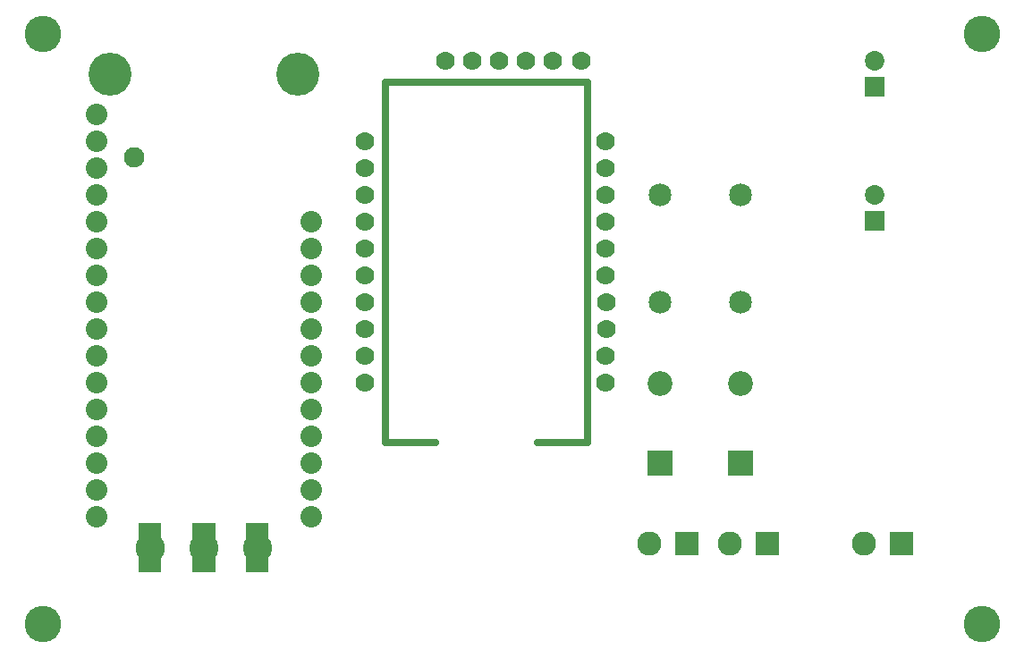
<source format=gts>
G04 MADE WITH FRITZING*
G04 WWW.FRITZING.ORG*
G04 DOUBLE SIDED*
G04 HOLES PLATED*
G04 CONTOUR ON CENTER OF CONTOUR VECTOR*
%ASAXBY*%
%FSLAX23Y23*%
%MOIN*%
%OFA0B0*%
%SFA1.0B1.0*%
%ADD10C,0.092000*%
%ADD11C,0.072992*%
%ADD12C,0.090000*%
%ADD13C,0.070000*%
%ADD14C,0.043222*%
%ADD15C,0.085000*%
%ADD16C,0.080000*%
%ADD17C,0.108425*%
%ADD18C,0.160000*%
%ADD19C,0.110000*%
%ADD20C,0.076000*%
%ADD21C,0.135984*%
%ADD22R,0.092000X0.092000*%
%ADD23R,0.072992X0.072992*%
%ADD24R,0.090000X0.090000*%
%ADD25C,0.025436*%
%ADD26R,0.001000X0.001000*%
%LNMASK1*%
G90*
G70*
G54D10*
X2723Y701D03*
X2723Y999D03*
X2423Y701D03*
X2423Y999D03*
G54D11*
X3223Y2103D03*
X3223Y2201D03*
X3223Y1603D03*
X3223Y1701D03*
G54D12*
X3323Y401D03*
X3185Y401D03*
X2523Y401D03*
X2385Y401D03*
X2823Y401D03*
X2685Y401D03*
G54D13*
X1323Y1001D03*
X1323Y1101D03*
X1323Y1201D03*
X1323Y1301D03*
X1323Y1401D03*
X1323Y1501D03*
X1323Y1601D03*
X1323Y1701D03*
X1323Y1801D03*
X1323Y1901D03*
X2222Y1001D03*
X2222Y1101D03*
X2223Y1201D03*
X2223Y1301D03*
X2222Y1401D03*
X2222Y1501D03*
X2222Y1601D03*
X2222Y1701D03*
X2222Y1801D03*
X2222Y1901D03*
X1623Y2201D03*
X1823Y2201D03*
X1923Y2201D03*
X2023Y2201D03*
G54D14*
X1725Y2201D03*
G54D13*
X1725Y2201D03*
G54D14*
X2132Y2201D03*
G54D13*
X2132Y2201D03*
G54D15*
X2723Y1301D03*
X2723Y1701D03*
X2423Y1301D03*
X2423Y1701D03*
G54D16*
X1123Y1401D03*
G54D17*
X923Y386D03*
G54D18*
X373Y2151D03*
G54D17*
X725Y386D03*
G54D19*
X523Y386D03*
G54D20*
X463Y1841D03*
G54D16*
X1123Y1201D03*
X323Y2001D03*
X1123Y1601D03*
X323Y1901D03*
X323Y1801D03*
X323Y1701D03*
X323Y1601D03*
X323Y1501D03*
X323Y1401D03*
X1123Y1101D03*
X323Y1301D03*
X1123Y1301D03*
X323Y1201D03*
X1123Y1501D03*
X323Y1101D03*
G54D18*
X1073Y2151D03*
G54D16*
X323Y1001D03*
X323Y901D03*
X323Y801D03*
X323Y701D03*
X323Y601D03*
X323Y501D03*
X1123Y501D03*
X1123Y601D03*
X1123Y701D03*
X1123Y801D03*
X1123Y901D03*
X1123Y1001D03*
G54D21*
X3623Y2301D03*
X3623Y101D03*
X123Y2301D03*
X123Y101D03*
G54D22*
X2723Y700D03*
X2423Y700D03*
G54D23*
X3223Y2103D03*
X3223Y1603D03*
G54D24*
X3323Y401D03*
X2523Y401D03*
X2823Y401D03*
G54D25*
X2154Y779D02*
X2154Y2122D01*
D02*
X2154Y2122D02*
X1401Y2122D01*
D02*
X1401Y2122D02*
X1401Y779D01*
D02*
X2154Y779D02*
X1968Y779D01*
D02*
X1587Y779D02*
X1401Y779D01*
G54D26*
X480Y478D02*
X564Y478D01*
X480Y477D02*
X564Y477D01*
X682Y477D02*
X766Y477D01*
X880Y477D02*
X964Y477D01*
X480Y476D02*
X564Y476D01*
X682Y476D02*
X766Y476D01*
X880Y476D02*
X964Y476D01*
X480Y475D02*
X564Y475D01*
X682Y475D02*
X766Y475D01*
X880Y475D02*
X964Y475D01*
X480Y474D02*
X564Y474D01*
X682Y474D02*
X766Y474D01*
X880Y474D02*
X964Y474D01*
X480Y473D02*
X564Y473D01*
X682Y473D02*
X766Y473D01*
X880Y473D02*
X964Y473D01*
X480Y472D02*
X564Y472D01*
X682Y472D02*
X766Y472D01*
X880Y472D02*
X964Y472D01*
X480Y471D02*
X564Y471D01*
X682Y471D02*
X766Y471D01*
X880Y471D02*
X964Y471D01*
X480Y470D02*
X564Y470D01*
X682Y470D02*
X766Y470D01*
X880Y470D02*
X964Y470D01*
X480Y469D02*
X564Y469D01*
X682Y469D02*
X766Y469D01*
X880Y469D02*
X964Y469D01*
X480Y468D02*
X564Y468D01*
X682Y468D02*
X766Y468D01*
X880Y468D02*
X964Y468D01*
X480Y467D02*
X564Y467D01*
X682Y467D02*
X766Y467D01*
X880Y467D02*
X964Y467D01*
X480Y466D02*
X564Y466D01*
X682Y466D02*
X766Y466D01*
X880Y466D02*
X964Y466D01*
X480Y465D02*
X564Y465D01*
X682Y465D02*
X766Y465D01*
X880Y465D02*
X964Y465D01*
X480Y464D02*
X564Y464D01*
X682Y464D02*
X766Y464D01*
X880Y464D02*
X964Y464D01*
X480Y463D02*
X564Y463D01*
X682Y463D02*
X766Y463D01*
X880Y463D02*
X964Y463D01*
X480Y462D02*
X564Y462D01*
X682Y462D02*
X766Y462D01*
X880Y462D02*
X964Y462D01*
X480Y461D02*
X564Y461D01*
X682Y461D02*
X766Y461D01*
X880Y461D02*
X964Y461D01*
X480Y460D02*
X564Y460D01*
X682Y460D02*
X766Y460D01*
X880Y460D02*
X964Y460D01*
X480Y459D02*
X564Y459D01*
X682Y459D02*
X766Y459D01*
X880Y459D02*
X964Y459D01*
X480Y458D02*
X564Y458D01*
X682Y458D02*
X766Y458D01*
X880Y458D02*
X964Y458D01*
X480Y457D02*
X564Y457D01*
X682Y457D02*
X766Y457D01*
X880Y457D02*
X964Y457D01*
X480Y456D02*
X564Y456D01*
X682Y456D02*
X766Y456D01*
X880Y456D02*
X964Y456D01*
X480Y455D02*
X564Y455D01*
X682Y455D02*
X766Y455D01*
X880Y455D02*
X964Y455D01*
X480Y454D02*
X564Y454D01*
X682Y454D02*
X766Y454D01*
X880Y454D02*
X964Y454D01*
X480Y453D02*
X564Y453D01*
X682Y453D02*
X766Y453D01*
X880Y453D02*
X964Y453D01*
X480Y452D02*
X564Y452D01*
X682Y452D02*
X766Y452D01*
X880Y452D02*
X964Y452D01*
X480Y451D02*
X564Y451D01*
X682Y451D02*
X766Y451D01*
X880Y451D02*
X964Y451D01*
X480Y450D02*
X564Y450D01*
X682Y450D02*
X766Y450D01*
X880Y450D02*
X964Y450D01*
X480Y449D02*
X564Y449D01*
X682Y449D02*
X766Y449D01*
X880Y449D02*
X964Y449D01*
X480Y448D02*
X564Y448D01*
X682Y448D02*
X766Y448D01*
X880Y448D02*
X964Y448D01*
X480Y447D02*
X564Y447D01*
X682Y447D02*
X766Y447D01*
X880Y447D02*
X964Y447D01*
X480Y446D02*
X564Y446D01*
X682Y446D02*
X766Y446D01*
X880Y446D02*
X964Y446D01*
X480Y445D02*
X564Y445D01*
X682Y445D02*
X766Y445D01*
X880Y445D02*
X964Y445D01*
X480Y444D02*
X564Y444D01*
X682Y444D02*
X766Y444D01*
X880Y444D02*
X964Y444D01*
X480Y443D02*
X564Y443D01*
X682Y443D02*
X766Y443D01*
X880Y443D02*
X964Y443D01*
X480Y442D02*
X564Y442D01*
X682Y442D02*
X766Y442D01*
X880Y442D02*
X964Y442D01*
X480Y441D02*
X564Y441D01*
X682Y441D02*
X766Y441D01*
X880Y441D02*
X964Y441D01*
X480Y440D02*
X564Y440D01*
X682Y440D02*
X766Y440D01*
X880Y440D02*
X964Y440D01*
X480Y439D02*
X564Y439D01*
X682Y439D02*
X766Y439D01*
X880Y439D02*
X964Y439D01*
X480Y438D02*
X564Y438D01*
X682Y438D02*
X766Y438D01*
X880Y438D02*
X964Y438D01*
X480Y437D02*
X564Y437D01*
X682Y437D02*
X766Y437D01*
X880Y437D02*
X964Y437D01*
X480Y436D02*
X564Y436D01*
X682Y436D02*
X766Y436D01*
X880Y436D02*
X964Y436D01*
X480Y435D02*
X564Y435D01*
X682Y435D02*
X766Y435D01*
X880Y435D02*
X964Y435D01*
X480Y434D02*
X564Y434D01*
X682Y434D02*
X766Y434D01*
X880Y434D02*
X964Y434D01*
X480Y433D02*
X564Y433D01*
X682Y433D02*
X766Y433D01*
X880Y433D02*
X964Y433D01*
X480Y432D02*
X564Y432D01*
X682Y432D02*
X766Y432D01*
X880Y432D02*
X964Y432D01*
X480Y431D02*
X564Y431D01*
X682Y431D02*
X766Y431D01*
X880Y431D02*
X964Y431D01*
X480Y430D02*
X564Y430D01*
X682Y430D02*
X766Y430D01*
X880Y430D02*
X964Y430D01*
X480Y429D02*
X564Y429D01*
X682Y429D02*
X766Y429D01*
X880Y429D02*
X964Y429D01*
X480Y428D02*
X564Y428D01*
X682Y428D02*
X766Y428D01*
X880Y428D02*
X964Y428D01*
X480Y427D02*
X564Y427D01*
X682Y427D02*
X766Y427D01*
X880Y427D02*
X964Y427D01*
X480Y426D02*
X564Y426D01*
X682Y426D02*
X766Y426D01*
X880Y426D02*
X964Y426D01*
X480Y425D02*
X564Y425D01*
X682Y425D02*
X766Y425D01*
X880Y425D02*
X964Y425D01*
X480Y424D02*
X564Y424D01*
X682Y424D02*
X766Y424D01*
X880Y424D02*
X964Y424D01*
X480Y423D02*
X564Y423D01*
X682Y423D02*
X766Y423D01*
X880Y423D02*
X964Y423D01*
X480Y422D02*
X564Y422D01*
X682Y422D02*
X766Y422D01*
X880Y422D02*
X964Y422D01*
X480Y421D02*
X564Y421D01*
X682Y421D02*
X766Y421D01*
X880Y421D02*
X964Y421D01*
X480Y420D02*
X564Y420D01*
X682Y420D02*
X766Y420D01*
X880Y420D02*
X964Y420D01*
X480Y419D02*
X517Y419D01*
X527Y419D02*
X564Y419D01*
X682Y419D02*
X766Y419D01*
X880Y419D02*
X964Y419D01*
X480Y418D02*
X512Y418D01*
X532Y418D02*
X564Y418D01*
X682Y418D02*
X716Y418D01*
X732Y418D02*
X766Y418D01*
X880Y418D02*
X914Y418D01*
X930Y418D02*
X964Y418D01*
X480Y417D02*
X509Y417D01*
X535Y417D02*
X564Y417D01*
X682Y417D02*
X712Y417D01*
X736Y417D02*
X766Y417D01*
X880Y417D02*
X910Y417D01*
X934Y417D02*
X964Y417D01*
X480Y416D02*
X507Y416D01*
X537Y416D02*
X564Y416D01*
X682Y416D02*
X710Y416D01*
X738Y416D02*
X766Y416D01*
X880Y416D02*
X908Y416D01*
X936Y416D02*
X964Y416D01*
X480Y415D02*
X505Y415D01*
X539Y415D02*
X564Y415D01*
X682Y415D02*
X708Y415D01*
X740Y415D02*
X766Y415D01*
X880Y415D02*
X906Y415D01*
X938Y415D02*
X964Y415D01*
X480Y414D02*
X504Y414D01*
X541Y414D02*
X564Y414D01*
X682Y414D02*
X706Y414D01*
X742Y414D02*
X766Y414D01*
X880Y414D02*
X904Y414D01*
X940Y414D02*
X964Y414D01*
X480Y413D02*
X502Y413D01*
X542Y413D02*
X564Y413D01*
X682Y413D02*
X705Y413D01*
X743Y413D02*
X766Y413D01*
X880Y413D02*
X903Y413D01*
X941Y413D02*
X964Y413D01*
X480Y412D02*
X501Y412D01*
X543Y412D02*
X564Y412D01*
X682Y412D02*
X703Y412D01*
X745Y412D02*
X766Y412D01*
X880Y412D02*
X901Y412D01*
X943Y412D02*
X964Y412D01*
X480Y411D02*
X500Y411D01*
X544Y411D02*
X564Y411D01*
X682Y411D02*
X702Y411D01*
X746Y411D02*
X766Y411D01*
X880Y411D02*
X900Y411D01*
X944Y411D02*
X964Y411D01*
X480Y410D02*
X499Y410D01*
X545Y410D02*
X564Y410D01*
X682Y410D02*
X701Y410D01*
X747Y410D02*
X766Y410D01*
X880Y410D02*
X899Y410D01*
X945Y410D02*
X964Y410D01*
X480Y409D02*
X498Y409D01*
X546Y409D02*
X564Y409D01*
X682Y409D02*
X700Y409D01*
X748Y409D02*
X766Y409D01*
X880Y409D02*
X898Y409D01*
X946Y409D02*
X964Y409D01*
X480Y408D02*
X497Y408D01*
X547Y408D02*
X564Y408D01*
X682Y408D02*
X699Y408D01*
X749Y408D02*
X766Y408D01*
X880Y408D02*
X897Y408D01*
X947Y408D02*
X964Y408D01*
X480Y407D02*
X496Y407D01*
X548Y407D02*
X564Y407D01*
X682Y407D02*
X698Y407D01*
X750Y407D02*
X766Y407D01*
X880Y407D02*
X896Y407D01*
X948Y407D02*
X964Y407D01*
X480Y406D02*
X495Y406D01*
X549Y406D02*
X564Y406D01*
X682Y406D02*
X698Y406D01*
X750Y406D02*
X766Y406D01*
X880Y406D02*
X896Y406D01*
X948Y406D02*
X964Y406D01*
X480Y405D02*
X494Y405D01*
X550Y405D02*
X564Y405D01*
X682Y405D02*
X697Y405D01*
X751Y405D02*
X766Y405D01*
X880Y405D02*
X895Y405D01*
X949Y405D02*
X964Y405D01*
X480Y404D02*
X494Y404D01*
X550Y404D02*
X564Y404D01*
X682Y404D02*
X696Y404D01*
X752Y404D02*
X766Y404D01*
X880Y404D02*
X894Y404D01*
X950Y404D02*
X964Y404D01*
X480Y403D02*
X493Y403D01*
X551Y403D02*
X564Y403D01*
X682Y403D02*
X696Y403D01*
X752Y403D02*
X766Y403D01*
X880Y403D02*
X894Y403D01*
X950Y403D02*
X964Y403D01*
X480Y402D02*
X493Y402D01*
X552Y402D02*
X564Y402D01*
X682Y402D02*
X695Y402D01*
X753Y402D02*
X766Y402D01*
X880Y402D02*
X893Y402D01*
X951Y402D02*
X964Y402D01*
X480Y401D02*
X492Y401D01*
X552Y401D02*
X564Y401D01*
X682Y401D02*
X694Y401D01*
X754Y401D02*
X766Y401D01*
X880Y401D02*
X893Y401D01*
X952Y401D02*
X964Y401D01*
X480Y400D02*
X492Y400D01*
X553Y400D02*
X564Y400D01*
X682Y400D02*
X694Y400D01*
X754Y400D02*
X766Y400D01*
X880Y400D02*
X892Y400D01*
X952Y400D02*
X964Y400D01*
X480Y399D02*
X491Y399D01*
X553Y399D02*
X564Y399D01*
X682Y399D02*
X694Y399D01*
X755Y399D02*
X766Y399D01*
X880Y399D02*
X892Y399D01*
X953Y399D02*
X964Y399D01*
X480Y398D02*
X491Y398D01*
X553Y398D02*
X564Y398D01*
X682Y398D02*
X693Y398D01*
X755Y398D02*
X766Y398D01*
X880Y398D02*
X891Y398D01*
X953Y398D02*
X964Y398D01*
X480Y397D02*
X490Y397D01*
X554Y397D02*
X564Y397D01*
X682Y397D02*
X693Y397D01*
X755Y397D02*
X766Y397D01*
X880Y397D02*
X891Y397D01*
X953Y397D02*
X964Y397D01*
X480Y396D02*
X490Y396D01*
X554Y396D02*
X564Y396D01*
X682Y396D02*
X692Y396D01*
X756Y396D02*
X766Y396D01*
X880Y396D02*
X890Y396D01*
X954Y396D02*
X964Y396D01*
X480Y395D02*
X490Y395D01*
X554Y395D02*
X564Y395D01*
X682Y395D02*
X692Y395D01*
X756Y395D02*
X766Y395D01*
X880Y395D02*
X890Y395D01*
X954Y395D02*
X964Y395D01*
X480Y394D02*
X490Y394D01*
X555Y394D02*
X564Y394D01*
X682Y394D02*
X692Y394D01*
X756Y394D02*
X766Y394D01*
X880Y394D02*
X890Y394D01*
X954Y394D02*
X964Y394D01*
X480Y393D02*
X489Y393D01*
X555Y393D02*
X564Y393D01*
X682Y393D02*
X692Y393D01*
X756Y393D02*
X766Y393D01*
X880Y393D02*
X890Y393D01*
X954Y393D02*
X964Y393D01*
X480Y392D02*
X489Y392D01*
X555Y392D02*
X564Y392D01*
X682Y392D02*
X692Y392D01*
X757Y392D02*
X766Y392D01*
X880Y392D02*
X890Y392D01*
X955Y392D02*
X964Y392D01*
X480Y391D02*
X489Y391D01*
X555Y391D02*
X564Y391D01*
X682Y391D02*
X691Y391D01*
X757Y391D02*
X766Y391D01*
X880Y391D02*
X889Y391D01*
X955Y391D02*
X964Y391D01*
X480Y390D02*
X489Y390D01*
X555Y390D02*
X564Y390D01*
X682Y390D02*
X691Y390D01*
X757Y390D02*
X766Y390D01*
X880Y390D02*
X889Y390D01*
X955Y390D02*
X964Y390D01*
X480Y389D02*
X489Y389D01*
X555Y389D02*
X565Y389D01*
X682Y389D02*
X691Y389D01*
X757Y389D02*
X766Y389D01*
X880Y389D02*
X889Y389D01*
X955Y389D02*
X964Y389D01*
X480Y388D02*
X489Y388D01*
X555Y388D02*
X565Y388D01*
X682Y388D02*
X691Y388D01*
X757Y388D02*
X766Y388D01*
X880Y388D02*
X889Y388D01*
X955Y388D02*
X964Y388D01*
X480Y387D02*
X489Y387D01*
X555Y387D02*
X565Y387D01*
X682Y387D02*
X691Y387D01*
X757Y387D02*
X766Y387D01*
X880Y387D02*
X889Y387D01*
X955Y387D02*
X964Y387D01*
X480Y386D02*
X489Y386D01*
X555Y386D02*
X565Y386D01*
X682Y386D02*
X691Y386D01*
X757Y386D02*
X766Y386D01*
X880Y386D02*
X889Y386D01*
X955Y386D02*
X964Y386D01*
X480Y385D02*
X489Y385D01*
X555Y385D02*
X565Y385D01*
X682Y385D02*
X691Y385D01*
X757Y385D02*
X766Y385D01*
X880Y385D02*
X889Y385D01*
X955Y385D02*
X964Y385D01*
X480Y384D02*
X489Y384D01*
X555Y384D02*
X565Y384D01*
X682Y384D02*
X691Y384D01*
X757Y384D02*
X766Y384D01*
X880Y384D02*
X889Y384D01*
X955Y384D02*
X964Y384D01*
X480Y383D02*
X489Y383D01*
X555Y383D02*
X564Y383D01*
X682Y383D02*
X691Y383D01*
X757Y383D02*
X766Y383D01*
X880Y383D02*
X889Y383D01*
X955Y383D02*
X964Y383D01*
X480Y382D02*
X489Y382D01*
X555Y382D02*
X564Y382D01*
X682Y382D02*
X691Y382D01*
X757Y382D02*
X766Y382D01*
X880Y382D02*
X889Y382D01*
X955Y382D02*
X964Y382D01*
X480Y381D02*
X489Y381D01*
X555Y381D02*
X564Y381D01*
X682Y381D02*
X692Y381D01*
X757Y381D02*
X766Y381D01*
X880Y381D02*
X890Y381D01*
X955Y381D02*
X964Y381D01*
X480Y380D02*
X489Y380D01*
X555Y380D02*
X564Y380D01*
X682Y380D02*
X692Y380D01*
X756Y380D02*
X766Y380D01*
X880Y380D02*
X890Y380D01*
X954Y380D02*
X964Y380D01*
X480Y379D02*
X490Y379D01*
X554Y379D02*
X564Y379D01*
X682Y379D02*
X692Y379D01*
X756Y379D02*
X766Y379D01*
X880Y379D02*
X890Y379D01*
X954Y379D02*
X964Y379D01*
X480Y378D02*
X490Y378D01*
X554Y378D02*
X564Y378D01*
X682Y378D02*
X692Y378D01*
X756Y378D02*
X766Y378D01*
X880Y378D02*
X890Y378D01*
X954Y378D02*
X964Y378D01*
X480Y377D02*
X490Y377D01*
X554Y377D02*
X564Y377D01*
X682Y377D02*
X692Y377D01*
X756Y377D02*
X766Y377D01*
X880Y377D02*
X890Y377D01*
X954Y377D02*
X964Y377D01*
X480Y376D02*
X490Y376D01*
X554Y376D02*
X564Y376D01*
X682Y376D02*
X693Y376D01*
X755Y376D02*
X766Y376D01*
X880Y376D02*
X891Y376D01*
X953Y376D02*
X964Y376D01*
X480Y375D02*
X491Y375D01*
X553Y375D02*
X564Y375D01*
X682Y375D02*
X693Y375D01*
X755Y375D02*
X766Y375D01*
X880Y375D02*
X891Y375D01*
X953Y375D02*
X964Y375D01*
X480Y374D02*
X491Y374D01*
X553Y374D02*
X564Y374D01*
X682Y374D02*
X694Y374D01*
X755Y374D02*
X766Y374D01*
X880Y374D02*
X892Y374D01*
X953Y374D02*
X964Y374D01*
X480Y373D02*
X492Y373D01*
X553Y373D02*
X564Y373D01*
X682Y373D02*
X694Y373D01*
X754Y373D02*
X766Y373D01*
X880Y373D02*
X892Y373D01*
X952Y373D02*
X964Y373D01*
X480Y372D02*
X492Y372D01*
X552Y372D02*
X564Y372D01*
X682Y372D02*
X694Y372D01*
X754Y372D02*
X766Y372D01*
X880Y372D02*
X893Y372D01*
X952Y372D02*
X964Y372D01*
X480Y371D02*
X493Y371D01*
X552Y371D02*
X564Y371D01*
X682Y371D02*
X695Y371D01*
X753Y371D02*
X766Y371D01*
X880Y371D02*
X893Y371D01*
X951Y371D02*
X964Y371D01*
X480Y370D02*
X493Y370D01*
X551Y370D02*
X564Y370D01*
X682Y370D02*
X696Y370D01*
X752Y370D02*
X766Y370D01*
X880Y370D02*
X894Y370D01*
X950Y370D02*
X964Y370D01*
X480Y369D02*
X494Y369D01*
X550Y369D02*
X564Y369D01*
X682Y369D02*
X696Y369D01*
X752Y369D02*
X766Y369D01*
X880Y369D02*
X894Y369D01*
X950Y369D02*
X964Y369D01*
X480Y368D02*
X494Y368D01*
X550Y368D02*
X564Y368D01*
X682Y368D02*
X697Y368D01*
X751Y368D02*
X766Y368D01*
X880Y368D02*
X895Y368D01*
X949Y368D02*
X964Y368D01*
X480Y367D02*
X495Y367D01*
X549Y367D02*
X564Y367D01*
X682Y367D02*
X698Y367D01*
X750Y367D02*
X766Y367D01*
X880Y367D02*
X896Y367D01*
X948Y367D02*
X964Y367D01*
X480Y366D02*
X496Y366D01*
X548Y366D02*
X564Y366D01*
X682Y366D02*
X698Y366D01*
X750Y366D02*
X766Y366D01*
X880Y366D02*
X896Y366D01*
X948Y366D02*
X964Y366D01*
X480Y365D02*
X497Y365D01*
X547Y365D02*
X564Y365D01*
X682Y365D02*
X699Y365D01*
X749Y365D02*
X766Y365D01*
X880Y365D02*
X897Y365D01*
X947Y365D02*
X964Y365D01*
X480Y364D02*
X498Y364D01*
X546Y364D02*
X564Y364D01*
X682Y364D02*
X700Y364D01*
X748Y364D02*
X766Y364D01*
X880Y364D02*
X898Y364D01*
X946Y364D02*
X964Y364D01*
X480Y363D02*
X499Y363D01*
X545Y363D02*
X564Y363D01*
X682Y363D02*
X701Y363D01*
X747Y363D02*
X766Y363D01*
X880Y363D02*
X899Y363D01*
X945Y363D02*
X964Y363D01*
X480Y362D02*
X500Y362D01*
X544Y362D02*
X564Y362D01*
X682Y362D02*
X702Y362D01*
X746Y362D02*
X766Y362D01*
X880Y362D02*
X900Y362D01*
X944Y362D02*
X964Y362D01*
X480Y361D02*
X501Y361D01*
X543Y361D02*
X564Y361D01*
X682Y361D02*
X703Y361D01*
X745Y361D02*
X766Y361D01*
X880Y361D02*
X901Y361D01*
X943Y361D02*
X964Y361D01*
X480Y360D02*
X502Y360D01*
X542Y360D02*
X564Y360D01*
X682Y360D02*
X705Y360D01*
X743Y360D02*
X766Y360D01*
X880Y360D02*
X903Y360D01*
X941Y360D02*
X964Y360D01*
X480Y359D02*
X504Y359D01*
X540Y359D02*
X564Y359D01*
X682Y359D02*
X706Y359D01*
X742Y359D02*
X766Y359D01*
X880Y359D02*
X904Y359D01*
X940Y359D02*
X964Y359D01*
X480Y358D02*
X505Y358D01*
X539Y358D02*
X564Y358D01*
X682Y358D02*
X708Y358D01*
X740Y358D02*
X766Y358D01*
X880Y358D02*
X906Y358D01*
X938Y358D02*
X964Y358D01*
X480Y357D02*
X507Y357D01*
X537Y357D02*
X564Y357D01*
X682Y357D02*
X710Y357D01*
X738Y357D02*
X766Y357D01*
X880Y357D02*
X908Y357D01*
X936Y357D02*
X964Y357D01*
X480Y356D02*
X509Y356D01*
X535Y356D02*
X564Y356D01*
X682Y356D02*
X712Y356D01*
X736Y356D02*
X766Y356D01*
X880Y356D02*
X910Y356D01*
X934Y356D02*
X964Y356D01*
X480Y355D02*
X512Y355D01*
X532Y355D02*
X564Y355D01*
X682Y355D02*
X716Y355D01*
X732Y355D02*
X766Y355D01*
X880Y355D02*
X914Y355D01*
X930Y355D02*
X964Y355D01*
X480Y354D02*
X517Y354D01*
X527Y354D02*
X564Y354D01*
X682Y354D02*
X766Y354D01*
X880Y354D02*
X964Y354D01*
X480Y353D02*
X564Y353D01*
X682Y353D02*
X766Y353D01*
X880Y353D02*
X964Y353D01*
X480Y352D02*
X564Y352D01*
X682Y352D02*
X766Y352D01*
X880Y352D02*
X964Y352D01*
X480Y351D02*
X564Y351D01*
X682Y351D02*
X766Y351D01*
X880Y351D02*
X964Y351D01*
X480Y350D02*
X564Y350D01*
X682Y350D02*
X766Y350D01*
X880Y350D02*
X964Y350D01*
X480Y349D02*
X564Y349D01*
X682Y349D02*
X766Y349D01*
X880Y349D02*
X964Y349D01*
X480Y348D02*
X564Y348D01*
X682Y348D02*
X766Y348D01*
X880Y348D02*
X964Y348D01*
X480Y347D02*
X564Y347D01*
X682Y347D02*
X766Y347D01*
X880Y347D02*
X964Y347D01*
X480Y346D02*
X564Y346D01*
X682Y346D02*
X766Y346D01*
X880Y346D02*
X964Y346D01*
X480Y345D02*
X564Y345D01*
X682Y345D02*
X766Y345D01*
X880Y345D02*
X964Y345D01*
X480Y344D02*
X564Y344D01*
X682Y344D02*
X766Y344D01*
X880Y344D02*
X964Y344D01*
X480Y343D02*
X564Y343D01*
X682Y343D02*
X766Y343D01*
X880Y343D02*
X964Y343D01*
X480Y342D02*
X564Y342D01*
X682Y342D02*
X766Y342D01*
X880Y342D02*
X964Y342D01*
X480Y341D02*
X564Y341D01*
X682Y341D02*
X766Y341D01*
X880Y341D02*
X964Y341D01*
X480Y340D02*
X564Y340D01*
X682Y340D02*
X766Y340D01*
X880Y340D02*
X964Y340D01*
X480Y339D02*
X564Y339D01*
X682Y339D02*
X766Y339D01*
X880Y339D02*
X964Y339D01*
X480Y338D02*
X564Y338D01*
X682Y338D02*
X766Y338D01*
X880Y338D02*
X964Y338D01*
X480Y337D02*
X564Y337D01*
X682Y337D02*
X766Y337D01*
X880Y337D02*
X964Y337D01*
X480Y336D02*
X564Y336D01*
X682Y336D02*
X766Y336D01*
X880Y336D02*
X964Y336D01*
X480Y335D02*
X564Y335D01*
X682Y335D02*
X766Y335D01*
X880Y335D02*
X964Y335D01*
X480Y334D02*
X564Y334D01*
X682Y334D02*
X766Y334D01*
X880Y334D02*
X964Y334D01*
X480Y333D02*
X564Y333D01*
X682Y333D02*
X766Y333D01*
X880Y333D02*
X964Y333D01*
X480Y332D02*
X564Y332D01*
X682Y332D02*
X766Y332D01*
X880Y332D02*
X964Y332D01*
X480Y331D02*
X564Y331D01*
X682Y331D02*
X766Y331D01*
X880Y331D02*
X964Y331D01*
X480Y330D02*
X564Y330D01*
X682Y330D02*
X766Y330D01*
X880Y330D02*
X964Y330D01*
X480Y329D02*
X564Y329D01*
X682Y329D02*
X766Y329D01*
X880Y329D02*
X964Y329D01*
X480Y328D02*
X564Y328D01*
X682Y328D02*
X766Y328D01*
X880Y328D02*
X964Y328D01*
X480Y327D02*
X564Y327D01*
X682Y327D02*
X766Y327D01*
X880Y327D02*
X964Y327D01*
X480Y326D02*
X564Y326D01*
X682Y326D02*
X766Y326D01*
X880Y326D02*
X964Y326D01*
X480Y325D02*
X564Y325D01*
X682Y325D02*
X766Y325D01*
X880Y325D02*
X964Y325D01*
X480Y324D02*
X564Y324D01*
X682Y324D02*
X766Y324D01*
X880Y324D02*
X964Y324D01*
X480Y323D02*
X564Y323D01*
X682Y323D02*
X766Y323D01*
X880Y323D02*
X964Y323D01*
X480Y322D02*
X564Y322D01*
X682Y322D02*
X766Y322D01*
X880Y322D02*
X964Y322D01*
X480Y321D02*
X564Y321D01*
X682Y321D02*
X766Y321D01*
X880Y321D02*
X964Y321D01*
X480Y320D02*
X564Y320D01*
X682Y320D02*
X766Y320D01*
X880Y320D02*
X964Y320D01*
X480Y319D02*
X564Y319D01*
X682Y319D02*
X766Y319D01*
X880Y319D02*
X964Y319D01*
X480Y318D02*
X564Y318D01*
X682Y318D02*
X766Y318D01*
X880Y318D02*
X964Y318D01*
X480Y317D02*
X564Y317D01*
X682Y317D02*
X766Y317D01*
X880Y317D02*
X964Y317D01*
X480Y316D02*
X564Y316D01*
X682Y316D02*
X766Y316D01*
X880Y316D02*
X964Y316D01*
X480Y315D02*
X564Y315D01*
X682Y315D02*
X766Y315D01*
X880Y315D02*
X964Y315D01*
X480Y314D02*
X564Y314D01*
X682Y314D02*
X766Y314D01*
X880Y314D02*
X964Y314D01*
X480Y313D02*
X564Y313D01*
X682Y313D02*
X766Y313D01*
X880Y313D02*
X964Y313D01*
X480Y312D02*
X564Y312D01*
X682Y312D02*
X766Y312D01*
X880Y312D02*
X964Y312D01*
X480Y311D02*
X564Y311D01*
X682Y311D02*
X766Y311D01*
X880Y311D02*
X964Y311D01*
X480Y310D02*
X564Y310D01*
X682Y310D02*
X766Y310D01*
X880Y310D02*
X964Y310D01*
X480Y309D02*
X564Y309D01*
X682Y309D02*
X766Y309D01*
X880Y309D02*
X964Y309D01*
X480Y308D02*
X564Y308D01*
X682Y308D02*
X766Y308D01*
X880Y308D02*
X964Y308D01*
X480Y307D02*
X564Y307D01*
X682Y307D02*
X766Y307D01*
X880Y307D02*
X964Y307D01*
X480Y306D02*
X564Y306D01*
X682Y306D02*
X766Y306D01*
X880Y306D02*
X964Y306D01*
X480Y305D02*
X564Y305D01*
X682Y305D02*
X766Y305D01*
X880Y305D02*
X964Y305D01*
X480Y304D02*
X564Y304D01*
X682Y304D02*
X766Y304D01*
X880Y304D02*
X964Y304D01*
X480Y303D02*
X564Y303D01*
X682Y303D02*
X766Y303D01*
X880Y303D02*
X964Y303D01*
X480Y302D02*
X564Y302D01*
X682Y302D02*
X766Y302D01*
X880Y302D02*
X964Y302D01*
X480Y301D02*
X564Y301D01*
X682Y301D02*
X766Y301D01*
X880Y301D02*
X964Y301D01*
X480Y300D02*
X564Y300D01*
X682Y300D02*
X766Y300D01*
X880Y300D02*
X964Y300D01*
X480Y299D02*
X564Y299D01*
X682Y299D02*
X766Y299D01*
X880Y299D02*
X964Y299D01*
X480Y298D02*
X564Y298D01*
X682Y298D02*
X766Y298D01*
X880Y298D02*
X964Y298D01*
X480Y297D02*
X564Y297D01*
X682Y297D02*
X766Y297D01*
X880Y297D02*
X964Y297D01*
X480Y296D02*
X564Y296D01*
X682Y296D02*
X766Y296D01*
X880Y296D02*
X964Y296D01*
X480Y295D02*
X564Y295D01*
D02*
G04 End of Mask1*
M02*
</source>
